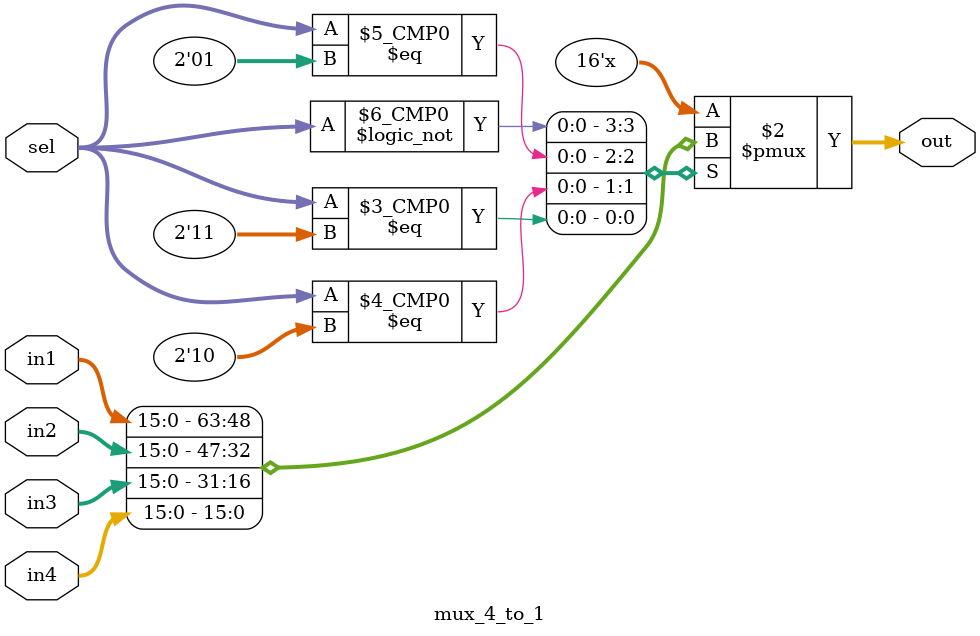
<source format=v>
 module mux_4_to_1 
#(
  parameter WORD_WIDTH = 16
)
(
  input [1:0]                 sel,
  input [WORD_WIDTH-1:0]      in1,
  input [WORD_WIDTH-1:0]      in2,
  input [WORD_WIDTH-1:0]      in3,
  input [WORD_WIDTH-1:0]      in4,
  output reg [WORD_WIDTH-1:0] out
);
  
  always@(sel or in1 or in2 or in3 or in4) begin
    out = 0;
    case(sel)
      2'd0: out = in1;
      2'd1: out = in2;
      2'd2: out = in3;
      2'd3: out = in4;
      default: out = 0;
    endcase
  end
  
endmodule
</source>
